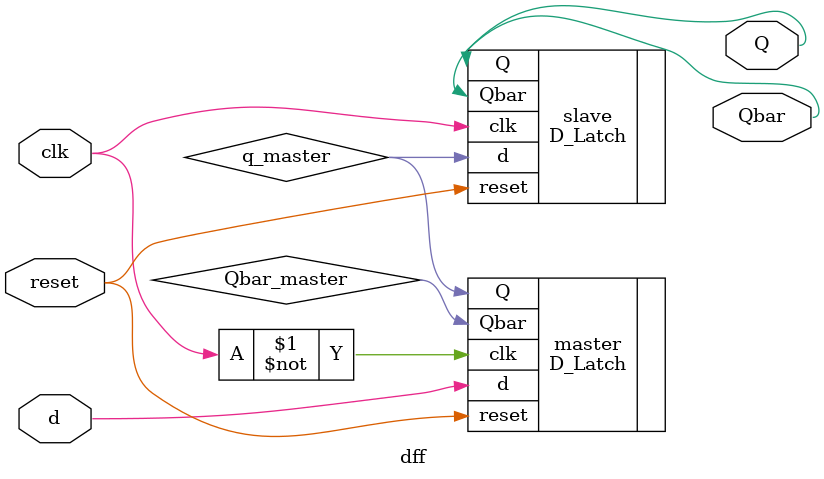
<source format=sv>
`timescale 1ns / 1ps

module dff(
    input logic clk,
    input logic reset,
    input logic d,
    output logic Q,
    output logic Qbar
);

 logic q_master,Qbar_master;

D_Latch master (
    .d(d),                 // Data input
    .clk(~clk),             // Enable controlled by inverted clock (transparent when clk is low)
    .reset(reset),             // Active high reset
    .Q(q_master),
    .Qbar(Qbar_master)           // Master latch output
);

// Slave latch
D_Latch slave (
    .d(q_master),          // Data input from master latch
    .clk(clk),              // Enable controlled by clock (transparent when clk is high)
    .reset(reset),             // Active high reset
    .Q(Q),
    .Qbar(Qbar)                  // Final output
);



endmodule


</source>
